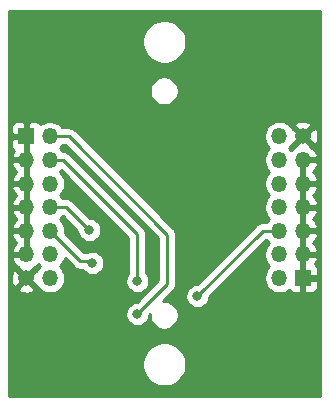
<source format=gbr>
%TF.GenerationSoftware,KiCad,Pcbnew,(5.1.6-0-10_14)*%
%TF.CreationDate,2020-12-10T12:41:56-07:00*%
%TF.ProjectId,DX7-JTAG,4458372d-4a54-4414-972e-6b696361645f,rev?*%
%TF.SameCoordinates,Original*%
%TF.FileFunction,Copper,L1,Top*%
%TF.FilePolarity,Positive*%
%FSLAX46Y46*%
G04 Gerber Fmt 4.6, Leading zero omitted, Abs format (unit mm)*
G04 Created by KiCad (PCBNEW (5.1.6-0-10_14)) date 2020-12-10 12:41:56*
%MOMM*%
%LPD*%
G01*
G04 APERTURE LIST*
%TA.AperFunction,ComponentPad*%
%ADD10C,1.350000*%
%TD*%
%TA.AperFunction,ComponentPad*%
%ADD11O,1.350000X1.350000*%
%TD*%
%TA.AperFunction,ComponentPad*%
%ADD12R,1.350000X1.350000*%
%TD*%
%TA.AperFunction,ViaPad*%
%ADD13C,0.800000*%
%TD*%
%TA.AperFunction,Conductor*%
%ADD14C,0.250000*%
%TD*%
G04 APERTURE END LIST*
D10*
%TO.P,LCMXO2 JTAG,13*%
%TO.N,GND*%
X50350000Y-32950000D03*
D11*
%TO.P,LCMXO2 JTAG,14*%
%TO.N,Net-(J3-Pad14)*%
X48350000Y-32950000D03*
%TO.P,LCMXO2 JTAG,11*%
%TO.N,GND*%
X50350000Y-34950000D03*
%TO.P,LCMXO2 JTAG,12*%
%TO.N,Net-(J3-Pad12)*%
X48350000Y-34950000D03*
%TO.P,LCMXO2 JTAG,9*%
%TO.N,GND*%
X50350000Y-36950000D03*
%TO.P,LCMXO2 JTAG,10*%
%TO.N,/LTDI*%
X48350000Y-36950000D03*
%TO.P,LCMXO2 JTAG,7*%
%TO.N,GND*%
X50350000Y-38950000D03*
%TO.P,LCMXO2 JTAG,8*%
%TO.N,/LTDO*%
X48350000Y-38950000D03*
%TO.P,LCMXO2 JTAG,5*%
%TO.N,GND*%
X50350000Y-40950000D03*
%TO.P,LCMXO2 JTAG,6*%
%TO.N,/LTCK*%
X48350000Y-40950000D03*
%TO.P,LCMXO2 JTAG,3*%
%TO.N,GND*%
X50350000Y-42950000D03*
%TO.P,LCMXO2 JTAG,4*%
%TO.N,/LTMS*%
X48350000Y-42950000D03*
D12*
%TO.P,LCMXO2 JTAG,1*%
%TO.N,GND*%
X50350000Y-44950000D03*
D11*
%TO.P,LCMXO2 JTAG,2*%
%TO.N,/LVREF*%
X48350000Y-44950000D03*
%TD*%
D10*
%TO.P,XC7K70T JTAG,13*%
%TO.N,GND*%
X26924000Y-44958000D03*
D11*
%TO.P,XC7K70T JTAG,14*%
%TO.N,Net-(J1-Pad14)*%
X28924000Y-44958000D03*
%TO.P,XC7K70T JTAG,11*%
%TO.N,GND*%
X26924000Y-42958000D03*
%TO.P,XC7K70T JTAG,12*%
%TO.N,Net-(J1-Pad12)*%
X28924000Y-42958000D03*
%TO.P,XC7K70T JTAG,9*%
%TO.N,GND*%
X26924000Y-40958000D03*
%TO.P,XC7K70T JTAG,10*%
%TO.N,/KTDI*%
X28924000Y-40958000D03*
%TO.P,XC7K70T JTAG,7*%
%TO.N,GND*%
X26924000Y-38958000D03*
%TO.P,XC7K70T JTAG,8*%
%TO.N,/KTDO*%
X28924000Y-38958000D03*
%TO.P,XC7K70T JTAG,5*%
%TO.N,GND*%
X26924000Y-36958000D03*
%TO.P,XC7K70T JTAG,6*%
%TO.N,/KTCK*%
X28924000Y-36958000D03*
%TO.P,XC7K70T JTAG,3*%
%TO.N,GND*%
X26924000Y-34958000D03*
%TO.P,XC7K70T JTAG,4*%
%TO.N,/KTMS*%
X28924000Y-34958000D03*
D12*
%TO.P,XC7K70T JTAG,1*%
%TO.N,GND*%
X26924000Y-32958000D03*
D11*
%TO.P,XC7K70T JTAG,2*%
%TO.N,/KVREF*%
X28924000Y-32958000D03*
%TD*%
D13*
%TO.N,/KTDI*%
X32512000Y-43688000D03*
%TO.N,/KTDO*%
X32258000Y-40894000D03*
%TO.N,/KTMS*%
X36322000Y-45212000D03*
%TO.N,/KVREF*%
X36322000Y-48006000D03*
%TO.N,/LTCK*%
X41402000Y-46482000D03*
%TD*%
D14*
%TO.N,/KTDI*%
X28924000Y-40958000D02*
X31496000Y-43530000D01*
X31496000Y-43530000D02*
X32354000Y-43530000D01*
X32354000Y-43530000D02*
X32512000Y-43688000D01*
%TO.N,/KTDO*%
X30322000Y-38958000D02*
X32258000Y-40894000D01*
X28924000Y-38958000D02*
X30322000Y-38958000D01*
%TO.N,/KTMS*%
X36322000Y-41214000D02*
X30066000Y-34958000D01*
X30066000Y-34958000D02*
X28924000Y-34958000D01*
X36322000Y-45212000D02*
X36322000Y-41214000D01*
%TO.N,/KVREF*%
X38862000Y-41278000D02*
X30542000Y-32958000D01*
X30542000Y-32958000D02*
X28924000Y-32958000D01*
X38862000Y-45466000D02*
X38862000Y-41278000D01*
X36322000Y-48006000D02*
X38862000Y-45466000D01*
%TO.N,/LTCK*%
X46934000Y-40950000D02*
X41402000Y-46482000D01*
X48350000Y-40950000D02*
X46934000Y-40950000D01*
%TD*%
%TO.N,GND*%
G36*
X51775001Y-54926000D02*
G01*
X25489000Y-54926000D01*
X25489000Y-52073329D01*
X36733000Y-52073329D01*
X36733000Y-52442671D01*
X36805056Y-52804917D01*
X36946397Y-53146145D01*
X37151593Y-53453243D01*
X37412757Y-53714407D01*
X37719855Y-53919603D01*
X38061083Y-54060944D01*
X38423329Y-54133000D01*
X38792671Y-54133000D01*
X39154917Y-54060944D01*
X39496145Y-53919603D01*
X39803243Y-53714407D01*
X40064407Y-53453243D01*
X40269603Y-53146145D01*
X40410944Y-52804917D01*
X40483000Y-52442671D01*
X40483000Y-52073329D01*
X40410944Y-51711083D01*
X40269603Y-51369855D01*
X40064407Y-51062757D01*
X39803243Y-50801593D01*
X39496145Y-50596397D01*
X39154917Y-50455056D01*
X38792671Y-50383000D01*
X38423329Y-50383000D01*
X38061083Y-50455056D01*
X37719855Y-50596397D01*
X37412757Y-50801593D01*
X37151593Y-51062757D01*
X36946397Y-51369855D01*
X36805056Y-51711083D01*
X36733000Y-52073329D01*
X25489000Y-52073329D01*
X25489000Y-45861583D01*
X26202851Y-45861583D01*
X26259549Y-46092005D01*
X26493550Y-46199844D01*
X26744093Y-46259958D01*
X27001550Y-46270039D01*
X27256026Y-46229700D01*
X27497742Y-46140489D01*
X27588451Y-46092005D01*
X27645149Y-45861583D01*
X26924000Y-45140434D01*
X26202851Y-45861583D01*
X25489000Y-45861583D01*
X25489000Y-45035550D01*
X25611961Y-45035550D01*
X25652300Y-45290026D01*
X25741511Y-45531742D01*
X25789995Y-45622451D01*
X26020417Y-45679149D01*
X26741566Y-44958000D01*
X26020417Y-44236851D01*
X25789995Y-44293549D01*
X25682156Y-44527550D01*
X25622042Y-44778093D01*
X25611961Y-45035550D01*
X25489000Y-45035550D01*
X25489000Y-43289030D01*
X25658582Y-43289030D01*
X25687928Y-43385789D01*
X25795136Y-43618715D01*
X25945726Y-43826250D01*
X26133911Y-44000419D01*
X26205351Y-44044257D01*
X26202851Y-44054417D01*
X26924000Y-44775566D01*
X27645149Y-44054417D01*
X27642649Y-44044257D01*
X27714089Y-44000419D01*
X27902274Y-43826250D01*
X27923929Y-43796407D01*
X28085522Y-43958000D01*
X27914224Y-44129298D01*
X27840273Y-44239974D01*
X27827583Y-44236851D01*
X27106434Y-44958000D01*
X27827583Y-45679149D01*
X27840273Y-45676026D01*
X27914224Y-45786702D01*
X28095298Y-45967776D01*
X28308219Y-46110045D01*
X28544804Y-46208042D01*
X28795961Y-46258000D01*
X29052039Y-46258000D01*
X29303196Y-46208042D01*
X29539781Y-46110045D01*
X29752702Y-45967776D01*
X29933776Y-45786702D01*
X30076045Y-45573781D01*
X30174042Y-45337196D01*
X30224000Y-45086039D01*
X30224000Y-44829961D01*
X30174042Y-44578804D01*
X30076045Y-44342219D01*
X29933776Y-44129298D01*
X29762478Y-43958000D01*
X29933776Y-43786702D01*
X30076045Y-43573781D01*
X30174042Y-43337196D01*
X30185406Y-43280066D01*
X30939630Y-44034291D01*
X30963105Y-44062895D01*
X30991708Y-44086369D01*
X30991715Y-44086376D01*
X31034269Y-44121298D01*
X31077307Y-44156619D01*
X31207599Y-44226261D01*
X31312228Y-44258000D01*
X31348973Y-44269147D01*
X31363817Y-44270609D01*
X31459165Y-44280000D01*
X31459171Y-44280000D01*
X31495999Y-44283627D01*
X31532827Y-44280000D01*
X31674804Y-44280000D01*
X31715830Y-44341400D01*
X31858600Y-44484170D01*
X32026480Y-44596344D01*
X32213018Y-44673610D01*
X32411046Y-44713000D01*
X32612954Y-44713000D01*
X32810982Y-44673610D01*
X32997520Y-44596344D01*
X33165400Y-44484170D01*
X33308170Y-44341400D01*
X33420344Y-44173520D01*
X33497610Y-43986982D01*
X33537000Y-43788954D01*
X33537000Y-43587046D01*
X33497610Y-43389018D01*
X33420344Y-43202480D01*
X33308170Y-43034600D01*
X33165400Y-42891830D01*
X32997520Y-42779656D01*
X32810982Y-42702390D01*
X32612954Y-42663000D01*
X32411046Y-42663000D01*
X32213018Y-42702390D01*
X32026480Y-42779656D01*
X32025965Y-42780000D01*
X31806661Y-42780000D01*
X30205534Y-41178874D01*
X30224000Y-41086039D01*
X30224000Y-40829961D01*
X30174042Y-40578804D01*
X30076045Y-40342219D01*
X29933776Y-40129298D01*
X29762478Y-39958000D01*
X29933776Y-39786702D01*
X29986363Y-39708000D01*
X30011341Y-39708000D01*
X31233000Y-40929660D01*
X31233000Y-40994954D01*
X31272390Y-41192982D01*
X31349656Y-41379520D01*
X31461830Y-41547400D01*
X31604600Y-41690170D01*
X31772480Y-41802344D01*
X31959018Y-41879610D01*
X32157046Y-41919000D01*
X32358954Y-41919000D01*
X32556982Y-41879610D01*
X32743520Y-41802344D01*
X32911400Y-41690170D01*
X33054170Y-41547400D01*
X33166344Y-41379520D01*
X33243610Y-41192982D01*
X33283000Y-40994954D01*
X33283000Y-40793046D01*
X33243610Y-40595018D01*
X33166344Y-40408480D01*
X33054170Y-40240600D01*
X32911400Y-40097830D01*
X32743520Y-39985656D01*
X32556982Y-39908390D01*
X32358954Y-39869000D01*
X32293660Y-39869000D01*
X30878378Y-38453719D01*
X30854895Y-38425105D01*
X30740693Y-38331381D01*
X30610401Y-38261739D01*
X30469026Y-38218853D01*
X30358835Y-38208000D01*
X30358827Y-38208000D01*
X30322000Y-38204373D01*
X30285173Y-38208000D01*
X29986363Y-38208000D01*
X29933776Y-38129298D01*
X29762478Y-37958000D01*
X29933776Y-37786702D01*
X30076045Y-37573781D01*
X30174042Y-37337196D01*
X30224000Y-37086039D01*
X30224000Y-36829961D01*
X30174042Y-36578804D01*
X30076045Y-36342219D01*
X29933776Y-36129298D01*
X29762478Y-35958000D01*
X29883909Y-35836569D01*
X35572001Y-41524661D01*
X35572000Y-44512430D01*
X35525830Y-44558600D01*
X35413656Y-44726480D01*
X35336390Y-44913018D01*
X35297000Y-45111046D01*
X35297000Y-45312954D01*
X35336390Y-45510982D01*
X35413656Y-45697520D01*
X35525830Y-45865400D01*
X35668600Y-46008170D01*
X35836480Y-46120344D01*
X36023018Y-46197610D01*
X36221046Y-46237000D01*
X36422954Y-46237000D01*
X36620982Y-46197610D01*
X36807520Y-46120344D01*
X36975400Y-46008170D01*
X37118170Y-45865400D01*
X37230344Y-45697520D01*
X37307610Y-45510982D01*
X37347000Y-45312954D01*
X37347000Y-45111046D01*
X37307610Y-44913018D01*
X37230344Y-44726480D01*
X37118170Y-44558600D01*
X37072000Y-44512430D01*
X37072000Y-41250827D01*
X37075627Y-41213999D01*
X37072000Y-41177172D01*
X37072000Y-41177165D01*
X37061147Y-41066974D01*
X37018261Y-40925599D01*
X36948619Y-40795307D01*
X36854895Y-40681105D01*
X36826286Y-40657626D01*
X30622379Y-34453720D01*
X30598895Y-34425105D01*
X30484693Y-34331381D01*
X30354401Y-34261739D01*
X30213026Y-34218853D01*
X30102835Y-34208000D01*
X30102827Y-34208000D01*
X30066000Y-34204373D01*
X30029173Y-34208000D01*
X29986363Y-34208000D01*
X29933776Y-34129298D01*
X29762478Y-33958000D01*
X29933776Y-33786702D01*
X29986363Y-33708000D01*
X30231341Y-33708000D01*
X38112001Y-41588661D01*
X38112000Y-45155339D01*
X36286341Y-46981000D01*
X36221046Y-46981000D01*
X36023018Y-47020390D01*
X35836480Y-47097656D01*
X35668600Y-47209830D01*
X35525830Y-47352600D01*
X35413656Y-47520480D01*
X35336390Y-47707018D01*
X35297000Y-47905046D01*
X35297000Y-48106954D01*
X35336390Y-48304982D01*
X35413656Y-48491520D01*
X35525830Y-48659400D01*
X35668600Y-48802170D01*
X35836480Y-48914344D01*
X36023018Y-48991610D01*
X36221046Y-49031000D01*
X36422954Y-49031000D01*
X36620982Y-48991610D01*
X36807520Y-48914344D01*
X36975400Y-48802170D01*
X37118170Y-48659400D01*
X37230344Y-48491520D01*
X37307610Y-48304982D01*
X37347000Y-48106954D01*
X37347000Y-48041659D01*
X37388000Y-48000659D01*
X37388000Y-48228160D01*
X37434884Y-48463861D01*
X37526850Y-48685887D01*
X37660364Y-48885705D01*
X37830295Y-49055636D01*
X38030113Y-49189150D01*
X38252139Y-49281116D01*
X38487840Y-49328000D01*
X38728160Y-49328000D01*
X38963861Y-49281116D01*
X39185887Y-49189150D01*
X39385705Y-49055636D01*
X39555636Y-48885705D01*
X39689150Y-48685887D01*
X39781116Y-48463861D01*
X39828000Y-48228160D01*
X39828000Y-47987840D01*
X39781116Y-47752139D01*
X39689150Y-47530113D01*
X39555636Y-47330295D01*
X39385705Y-47160364D01*
X39185887Y-47026850D01*
X38963861Y-46934884D01*
X38728160Y-46888000D01*
X38500660Y-46888000D01*
X39007614Y-46381046D01*
X40377000Y-46381046D01*
X40377000Y-46582954D01*
X40416390Y-46780982D01*
X40493656Y-46967520D01*
X40605830Y-47135400D01*
X40748600Y-47278170D01*
X40916480Y-47390344D01*
X41103018Y-47467610D01*
X41301046Y-47507000D01*
X41502954Y-47507000D01*
X41700982Y-47467610D01*
X41887520Y-47390344D01*
X42055400Y-47278170D01*
X42198170Y-47135400D01*
X42310344Y-46967520D01*
X42387610Y-46780982D01*
X42427000Y-46582954D01*
X42427000Y-46517659D01*
X47244661Y-41700000D01*
X47287637Y-41700000D01*
X47340224Y-41778702D01*
X47511522Y-41950000D01*
X47340224Y-42121298D01*
X47197955Y-42334219D01*
X47099958Y-42570804D01*
X47050000Y-42821961D01*
X47050000Y-43078039D01*
X47099958Y-43329196D01*
X47197955Y-43565781D01*
X47340224Y-43778702D01*
X47511522Y-43950000D01*
X47340224Y-44121298D01*
X47197955Y-44334219D01*
X47099958Y-44570804D01*
X47050000Y-44821961D01*
X47050000Y-45078039D01*
X47099958Y-45329196D01*
X47197955Y-45565781D01*
X47340224Y-45778702D01*
X47521298Y-45959776D01*
X47734219Y-46102045D01*
X47970804Y-46200042D01*
X48221961Y-46250000D01*
X48478039Y-46250000D01*
X48729196Y-46200042D01*
X48965781Y-46102045D01*
X49147808Y-45980419D01*
X49225236Y-46074764D01*
X49321622Y-46153867D01*
X49431589Y-46212646D01*
X49550910Y-46248841D01*
X49675000Y-46261063D01*
X50062750Y-46258000D01*
X50221000Y-46099750D01*
X50221000Y-45079000D01*
X50479000Y-45079000D01*
X50479000Y-46099750D01*
X50637250Y-46258000D01*
X51025000Y-46261063D01*
X51149090Y-46248841D01*
X51268411Y-46212646D01*
X51378378Y-46153867D01*
X51474764Y-46074764D01*
X51553867Y-45978378D01*
X51612646Y-45868411D01*
X51648841Y-45749090D01*
X51661063Y-45625000D01*
X51658000Y-45237250D01*
X51499750Y-45079000D01*
X50479000Y-45079000D01*
X50221000Y-45079000D01*
X50201000Y-45079000D01*
X50201000Y-44821000D01*
X50221000Y-44821000D01*
X50221000Y-43079000D01*
X50479000Y-43079000D01*
X50479000Y-44821000D01*
X51499750Y-44821000D01*
X51658000Y-44662750D01*
X51661063Y-44275000D01*
X51648841Y-44150910D01*
X51612646Y-44031589D01*
X51553867Y-43921622D01*
X51474764Y-43825236D01*
X51379773Y-43747277D01*
X51478864Y-43610715D01*
X51586072Y-43377789D01*
X51615418Y-43281030D01*
X51492490Y-43079000D01*
X50479000Y-43079000D01*
X50221000Y-43079000D01*
X50201000Y-43079000D01*
X50201000Y-42821000D01*
X50221000Y-42821000D01*
X50221000Y-41079000D01*
X50479000Y-41079000D01*
X50479000Y-42821000D01*
X51492490Y-42821000D01*
X51615418Y-42618970D01*
X51586072Y-42522211D01*
X51478864Y-42289285D01*
X51328274Y-42081750D01*
X51185922Y-41950000D01*
X51328274Y-41818250D01*
X51478864Y-41610715D01*
X51586072Y-41377789D01*
X51615418Y-41281030D01*
X51492490Y-41079000D01*
X50479000Y-41079000D01*
X50221000Y-41079000D01*
X50201000Y-41079000D01*
X50201000Y-40821000D01*
X50221000Y-40821000D01*
X50221000Y-39079000D01*
X50479000Y-39079000D01*
X50479000Y-40821000D01*
X51492490Y-40821000D01*
X51615418Y-40618970D01*
X51586072Y-40522211D01*
X51478864Y-40289285D01*
X51328274Y-40081750D01*
X51185922Y-39950000D01*
X51328274Y-39818250D01*
X51478864Y-39610715D01*
X51586072Y-39377789D01*
X51615418Y-39281030D01*
X51492490Y-39079000D01*
X50479000Y-39079000D01*
X50221000Y-39079000D01*
X50201000Y-39079000D01*
X50201000Y-38821000D01*
X50221000Y-38821000D01*
X50221000Y-37079000D01*
X50479000Y-37079000D01*
X50479000Y-38821000D01*
X51492490Y-38821000D01*
X51615418Y-38618970D01*
X51586072Y-38522211D01*
X51478864Y-38289285D01*
X51328274Y-38081750D01*
X51185922Y-37950000D01*
X51328274Y-37818250D01*
X51478864Y-37610715D01*
X51586072Y-37377789D01*
X51615418Y-37281030D01*
X51492490Y-37079000D01*
X50479000Y-37079000D01*
X50221000Y-37079000D01*
X50201000Y-37079000D01*
X50201000Y-36821000D01*
X50221000Y-36821000D01*
X50221000Y-35079000D01*
X50479000Y-35079000D01*
X50479000Y-36821000D01*
X51492490Y-36821000D01*
X51615418Y-36618970D01*
X51586072Y-36522211D01*
X51478864Y-36289285D01*
X51328274Y-36081750D01*
X51185922Y-35950000D01*
X51328274Y-35818250D01*
X51478864Y-35610715D01*
X51586072Y-35377789D01*
X51615418Y-35281030D01*
X51492490Y-35079000D01*
X50479000Y-35079000D01*
X50221000Y-35079000D01*
X50201000Y-35079000D01*
X50201000Y-34821000D01*
X50221000Y-34821000D01*
X50221000Y-34801000D01*
X50479000Y-34801000D01*
X50479000Y-34821000D01*
X51492490Y-34821000D01*
X51615418Y-34618970D01*
X51586072Y-34522211D01*
X51478864Y-34289285D01*
X51328274Y-34081750D01*
X51140089Y-33907581D01*
X51068649Y-33863743D01*
X51071149Y-33853583D01*
X50350000Y-33132434D01*
X49628851Y-33853583D01*
X49631351Y-33863743D01*
X49559911Y-33907581D01*
X49371726Y-34081750D01*
X49350071Y-34111593D01*
X49188478Y-33950000D01*
X49359776Y-33778702D01*
X49433727Y-33668026D01*
X49446417Y-33671149D01*
X50167566Y-32950000D01*
X50532434Y-32950000D01*
X51253583Y-33671149D01*
X51484005Y-33614451D01*
X51591844Y-33380450D01*
X51651958Y-33129907D01*
X51662039Y-32872450D01*
X51621700Y-32617974D01*
X51532489Y-32376258D01*
X51484005Y-32285549D01*
X51253583Y-32228851D01*
X50532434Y-32950000D01*
X50167566Y-32950000D01*
X49446417Y-32228851D01*
X49433727Y-32231974D01*
X49359776Y-32121298D01*
X49284895Y-32046417D01*
X49628851Y-32046417D01*
X50350000Y-32767566D01*
X51071149Y-32046417D01*
X51014451Y-31815995D01*
X50780450Y-31708156D01*
X50529907Y-31648042D01*
X50272450Y-31637961D01*
X50017974Y-31678300D01*
X49776258Y-31767511D01*
X49685549Y-31815995D01*
X49628851Y-32046417D01*
X49284895Y-32046417D01*
X49178702Y-31940224D01*
X48965781Y-31797955D01*
X48729196Y-31699958D01*
X48478039Y-31650000D01*
X48221961Y-31650000D01*
X47970804Y-31699958D01*
X47734219Y-31797955D01*
X47521298Y-31940224D01*
X47340224Y-32121298D01*
X47197955Y-32334219D01*
X47099958Y-32570804D01*
X47050000Y-32821961D01*
X47050000Y-33078039D01*
X47099958Y-33329196D01*
X47197955Y-33565781D01*
X47340224Y-33778702D01*
X47511522Y-33950000D01*
X47340224Y-34121298D01*
X47197955Y-34334219D01*
X47099958Y-34570804D01*
X47050000Y-34821961D01*
X47050000Y-35078039D01*
X47099958Y-35329196D01*
X47197955Y-35565781D01*
X47340224Y-35778702D01*
X47511522Y-35950000D01*
X47340224Y-36121298D01*
X47197955Y-36334219D01*
X47099958Y-36570804D01*
X47050000Y-36821961D01*
X47050000Y-37078039D01*
X47099958Y-37329196D01*
X47197955Y-37565781D01*
X47340224Y-37778702D01*
X47511522Y-37950000D01*
X47340224Y-38121298D01*
X47197955Y-38334219D01*
X47099958Y-38570804D01*
X47050000Y-38821961D01*
X47050000Y-39078039D01*
X47099958Y-39329196D01*
X47197955Y-39565781D01*
X47340224Y-39778702D01*
X47511522Y-39950000D01*
X47340224Y-40121298D01*
X47287637Y-40200000D01*
X46970824Y-40200000D01*
X46933999Y-40196373D01*
X46897174Y-40200000D01*
X46897165Y-40200000D01*
X46786974Y-40210853D01*
X46645599Y-40253739D01*
X46515307Y-40323381D01*
X46515305Y-40323382D01*
X46515306Y-40323382D01*
X46429715Y-40393624D01*
X46429708Y-40393631D01*
X46401105Y-40417105D01*
X46377630Y-40445709D01*
X41366341Y-45457000D01*
X41301046Y-45457000D01*
X41103018Y-45496390D01*
X40916480Y-45573656D01*
X40748600Y-45685830D01*
X40605830Y-45828600D01*
X40493656Y-45996480D01*
X40416390Y-46183018D01*
X40377000Y-46381046D01*
X39007614Y-46381046D01*
X39366292Y-46022369D01*
X39394895Y-45998895D01*
X39418369Y-45970292D01*
X39418376Y-45970285D01*
X39488618Y-45884694D01*
X39488619Y-45884693D01*
X39558261Y-45754401D01*
X39601147Y-45613026D01*
X39612000Y-45502835D01*
X39612000Y-45502826D01*
X39615627Y-45466001D01*
X39612000Y-45429176D01*
X39612000Y-41314827D01*
X39615627Y-41278000D01*
X39612000Y-41241172D01*
X39612000Y-41241165D01*
X39601147Y-41130974D01*
X39558261Y-40989599D01*
X39488619Y-40859307D01*
X39464535Y-40829961D01*
X39418376Y-40773716D01*
X39418374Y-40773714D01*
X39394895Y-40745105D01*
X39366286Y-40721626D01*
X31098379Y-32453720D01*
X31074895Y-32425105D01*
X30960693Y-32331381D01*
X30830401Y-32261739D01*
X30689026Y-32218853D01*
X30578835Y-32208000D01*
X30578827Y-32208000D01*
X30542000Y-32204373D01*
X30505173Y-32208000D01*
X29986363Y-32208000D01*
X29933776Y-32129298D01*
X29752702Y-31948224D01*
X29539781Y-31805955D01*
X29303196Y-31707958D01*
X29052039Y-31658000D01*
X28795961Y-31658000D01*
X28544804Y-31707958D01*
X28308219Y-31805955D01*
X28126192Y-31927581D01*
X28048764Y-31833236D01*
X27952378Y-31754133D01*
X27842411Y-31695354D01*
X27723090Y-31659159D01*
X27599000Y-31646937D01*
X27211250Y-31650000D01*
X27053000Y-31808250D01*
X27053000Y-32829000D01*
X27073000Y-32829000D01*
X27073000Y-33087000D01*
X27053000Y-33087000D01*
X27053000Y-34829000D01*
X27073000Y-34829000D01*
X27073000Y-35087000D01*
X27053000Y-35087000D01*
X27053000Y-36829000D01*
X27073000Y-36829000D01*
X27073000Y-37087000D01*
X27053000Y-37087000D01*
X27053000Y-38829000D01*
X27073000Y-38829000D01*
X27073000Y-39087000D01*
X27053000Y-39087000D01*
X27053000Y-40829000D01*
X27073000Y-40829000D01*
X27073000Y-41087000D01*
X27053000Y-41087000D01*
X27053000Y-42829000D01*
X27073000Y-42829000D01*
X27073000Y-43087000D01*
X27053000Y-43087000D01*
X27053000Y-43107000D01*
X26795000Y-43107000D01*
X26795000Y-43087000D01*
X25781510Y-43087000D01*
X25658582Y-43289030D01*
X25489000Y-43289030D01*
X25489000Y-41289030D01*
X25658582Y-41289030D01*
X25687928Y-41385789D01*
X25795136Y-41618715D01*
X25945726Y-41826250D01*
X26088078Y-41958000D01*
X25945726Y-42089750D01*
X25795136Y-42297285D01*
X25687928Y-42530211D01*
X25658582Y-42626970D01*
X25781510Y-42829000D01*
X26795000Y-42829000D01*
X26795000Y-41087000D01*
X25781510Y-41087000D01*
X25658582Y-41289030D01*
X25489000Y-41289030D01*
X25489000Y-39289030D01*
X25658582Y-39289030D01*
X25687928Y-39385789D01*
X25795136Y-39618715D01*
X25945726Y-39826250D01*
X26088078Y-39958000D01*
X25945726Y-40089750D01*
X25795136Y-40297285D01*
X25687928Y-40530211D01*
X25658582Y-40626970D01*
X25781510Y-40829000D01*
X26795000Y-40829000D01*
X26795000Y-39087000D01*
X25781510Y-39087000D01*
X25658582Y-39289030D01*
X25489000Y-39289030D01*
X25489000Y-37289030D01*
X25658582Y-37289030D01*
X25687928Y-37385789D01*
X25795136Y-37618715D01*
X25945726Y-37826250D01*
X26088078Y-37958000D01*
X25945726Y-38089750D01*
X25795136Y-38297285D01*
X25687928Y-38530211D01*
X25658582Y-38626970D01*
X25781510Y-38829000D01*
X26795000Y-38829000D01*
X26795000Y-37087000D01*
X25781510Y-37087000D01*
X25658582Y-37289030D01*
X25489000Y-37289030D01*
X25489000Y-35289030D01*
X25658582Y-35289030D01*
X25687928Y-35385789D01*
X25795136Y-35618715D01*
X25945726Y-35826250D01*
X26088078Y-35958000D01*
X25945726Y-36089750D01*
X25795136Y-36297285D01*
X25687928Y-36530211D01*
X25658582Y-36626970D01*
X25781510Y-36829000D01*
X26795000Y-36829000D01*
X26795000Y-35087000D01*
X25781510Y-35087000D01*
X25658582Y-35289030D01*
X25489000Y-35289030D01*
X25489000Y-33633000D01*
X25612937Y-33633000D01*
X25625159Y-33757090D01*
X25661354Y-33876411D01*
X25720133Y-33986378D01*
X25799236Y-34082764D01*
X25894227Y-34160723D01*
X25795136Y-34297285D01*
X25687928Y-34530211D01*
X25658582Y-34626970D01*
X25781510Y-34829000D01*
X26795000Y-34829000D01*
X26795000Y-33087000D01*
X25774250Y-33087000D01*
X25616000Y-33245250D01*
X25612937Y-33633000D01*
X25489000Y-33633000D01*
X25489000Y-32283000D01*
X25612937Y-32283000D01*
X25616000Y-32670750D01*
X25774250Y-32829000D01*
X26795000Y-32829000D01*
X26795000Y-31808250D01*
X26636750Y-31650000D01*
X26249000Y-31646937D01*
X26124910Y-31659159D01*
X26005589Y-31695354D01*
X25895622Y-31754133D01*
X25799236Y-31833236D01*
X25720133Y-31929622D01*
X25661354Y-32039589D01*
X25625159Y-32158910D01*
X25612937Y-32283000D01*
X25489000Y-32283000D01*
X25489000Y-28987840D01*
X37388000Y-28987840D01*
X37388000Y-29228160D01*
X37434884Y-29463861D01*
X37526850Y-29685887D01*
X37660364Y-29885705D01*
X37830295Y-30055636D01*
X38030113Y-30189150D01*
X38252139Y-30281116D01*
X38487840Y-30328000D01*
X38728160Y-30328000D01*
X38963861Y-30281116D01*
X39185887Y-30189150D01*
X39385705Y-30055636D01*
X39555636Y-29885705D01*
X39689150Y-29685887D01*
X39781116Y-29463861D01*
X39828000Y-29228160D01*
X39828000Y-28987840D01*
X39781116Y-28752139D01*
X39689150Y-28530113D01*
X39555636Y-28330295D01*
X39385705Y-28160364D01*
X39185887Y-28026850D01*
X38963861Y-27934884D01*
X38728160Y-27888000D01*
X38487840Y-27888000D01*
X38252139Y-27934884D01*
X38030113Y-28026850D01*
X37830295Y-28160364D01*
X37660364Y-28330295D01*
X37526850Y-28530113D01*
X37434884Y-28752139D01*
X37388000Y-28987840D01*
X25489000Y-28987840D01*
X25489000Y-24773329D01*
X36733000Y-24773329D01*
X36733000Y-25142671D01*
X36805056Y-25504917D01*
X36946397Y-25846145D01*
X37151593Y-26153243D01*
X37412757Y-26414407D01*
X37719855Y-26619603D01*
X38061083Y-26760944D01*
X38423329Y-26833000D01*
X38792671Y-26833000D01*
X39154917Y-26760944D01*
X39496145Y-26619603D01*
X39803243Y-26414407D01*
X40064407Y-26153243D01*
X40269603Y-25846145D01*
X40410944Y-25504917D01*
X40483000Y-25142671D01*
X40483000Y-24773329D01*
X40410944Y-24411083D01*
X40269603Y-24069855D01*
X40064407Y-23762757D01*
X39803243Y-23501593D01*
X39496145Y-23296397D01*
X39154917Y-23155056D01*
X38792671Y-23083000D01*
X38423329Y-23083000D01*
X38061083Y-23155056D01*
X37719855Y-23296397D01*
X37412757Y-23501593D01*
X37151593Y-23762757D01*
X36946397Y-24069855D01*
X36805056Y-24411083D01*
X36733000Y-24773329D01*
X25489000Y-24773329D01*
X25489000Y-22325000D01*
X51775000Y-22325000D01*
X51775001Y-54926000D01*
G37*
X51775001Y-54926000D02*
X25489000Y-54926000D01*
X25489000Y-52073329D01*
X36733000Y-52073329D01*
X36733000Y-52442671D01*
X36805056Y-52804917D01*
X36946397Y-53146145D01*
X37151593Y-53453243D01*
X37412757Y-53714407D01*
X37719855Y-53919603D01*
X38061083Y-54060944D01*
X38423329Y-54133000D01*
X38792671Y-54133000D01*
X39154917Y-54060944D01*
X39496145Y-53919603D01*
X39803243Y-53714407D01*
X40064407Y-53453243D01*
X40269603Y-53146145D01*
X40410944Y-52804917D01*
X40483000Y-52442671D01*
X40483000Y-52073329D01*
X40410944Y-51711083D01*
X40269603Y-51369855D01*
X40064407Y-51062757D01*
X39803243Y-50801593D01*
X39496145Y-50596397D01*
X39154917Y-50455056D01*
X38792671Y-50383000D01*
X38423329Y-50383000D01*
X38061083Y-50455056D01*
X37719855Y-50596397D01*
X37412757Y-50801593D01*
X37151593Y-51062757D01*
X36946397Y-51369855D01*
X36805056Y-51711083D01*
X36733000Y-52073329D01*
X25489000Y-52073329D01*
X25489000Y-45861583D01*
X26202851Y-45861583D01*
X26259549Y-46092005D01*
X26493550Y-46199844D01*
X26744093Y-46259958D01*
X27001550Y-46270039D01*
X27256026Y-46229700D01*
X27497742Y-46140489D01*
X27588451Y-46092005D01*
X27645149Y-45861583D01*
X26924000Y-45140434D01*
X26202851Y-45861583D01*
X25489000Y-45861583D01*
X25489000Y-45035550D01*
X25611961Y-45035550D01*
X25652300Y-45290026D01*
X25741511Y-45531742D01*
X25789995Y-45622451D01*
X26020417Y-45679149D01*
X26741566Y-44958000D01*
X26020417Y-44236851D01*
X25789995Y-44293549D01*
X25682156Y-44527550D01*
X25622042Y-44778093D01*
X25611961Y-45035550D01*
X25489000Y-45035550D01*
X25489000Y-43289030D01*
X25658582Y-43289030D01*
X25687928Y-43385789D01*
X25795136Y-43618715D01*
X25945726Y-43826250D01*
X26133911Y-44000419D01*
X26205351Y-44044257D01*
X26202851Y-44054417D01*
X26924000Y-44775566D01*
X27645149Y-44054417D01*
X27642649Y-44044257D01*
X27714089Y-44000419D01*
X27902274Y-43826250D01*
X27923929Y-43796407D01*
X28085522Y-43958000D01*
X27914224Y-44129298D01*
X27840273Y-44239974D01*
X27827583Y-44236851D01*
X27106434Y-44958000D01*
X27827583Y-45679149D01*
X27840273Y-45676026D01*
X27914224Y-45786702D01*
X28095298Y-45967776D01*
X28308219Y-46110045D01*
X28544804Y-46208042D01*
X28795961Y-46258000D01*
X29052039Y-46258000D01*
X29303196Y-46208042D01*
X29539781Y-46110045D01*
X29752702Y-45967776D01*
X29933776Y-45786702D01*
X30076045Y-45573781D01*
X30174042Y-45337196D01*
X30224000Y-45086039D01*
X30224000Y-44829961D01*
X30174042Y-44578804D01*
X30076045Y-44342219D01*
X29933776Y-44129298D01*
X29762478Y-43958000D01*
X29933776Y-43786702D01*
X30076045Y-43573781D01*
X30174042Y-43337196D01*
X30185406Y-43280066D01*
X30939630Y-44034291D01*
X30963105Y-44062895D01*
X30991708Y-44086369D01*
X30991715Y-44086376D01*
X31034269Y-44121298D01*
X31077307Y-44156619D01*
X31207599Y-44226261D01*
X31312228Y-44258000D01*
X31348973Y-44269147D01*
X31363817Y-44270609D01*
X31459165Y-44280000D01*
X31459171Y-44280000D01*
X31495999Y-44283627D01*
X31532827Y-44280000D01*
X31674804Y-44280000D01*
X31715830Y-44341400D01*
X31858600Y-44484170D01*
X32026480Y-44596344D01*
X32213018Y-44673610D01*
X32411046Y-44713000D01*
X32612954Y-44713000D01*
X32810982Y-44673610D01*
X32997520Y-44596344D01*
X33165400Y-44484170D01*
X33308170Y-44341400D01*
X33420344Y-44173520D01*
X33497610Y-43986982D01*
X33537000Y-43788954D01*
X33537000Y-43587046D01*
X33497610Y-43389018D01*
X33420344Y-43202480D01*
X33308170Y-43034600D01*
X33165400Y-42891830D01*
X32997520Y-42779656D01*
X32810982Y-42702390D01*
X32612954Y-42663000D01*
X32411046Y-42663000D01*
X32213018Y-42702390D01*
X32026480Y-42779656D01*
X32025965Y-42780000D01*
X31806661Y-42780000D01*
X30205534Y-41178874D01*
X30224000Y-41086039D01*
X30224000Y-40829961D01*
X30174042Y-40578804D01*
X30076045Y-40342219D01*
X29933776Y-40129298D01*
X29762478Y-39958000D01*
X29933776Y-39786702D01*
X29986363Y-39708000D01*
X30011341Y-39708000D01*
X31233000Y-40929660D01*
X31233000Y-40994954D01*
X31272390Y-41192982D01*
X31349656Y-41379520D01*
X31461830Y-41547400D01*
X31604600Y-41690170D01*
X31772480Y-41802344D01*
X31959018Y-41879610D01*
X32157046Y-41919000D01*
X32358954Y-41919000D01*
X32556982Y-41879610D01*
X32743520Y-41802344D01*
X32911400Y-41690170D01*
X33054170Y-41547400D01*
X33166344Y-41379520D01*
X33243610Y-41192982D01*
X33283000Y-40994954D01*
X33283000Y-40793046D01*
X33243610Y-40595018D01*
X33166344Y-40408480D01*
X33054170Y-40240600D01*
X32911400Y-40097830D01*
X32743520Y-39985656D01*
X32556982Y-39908390D01*
X32358954Y-39869000D01*
X32293660Y-39869000D01*
X30878378Y-38453719D01*
X30854895Y-38425105D01*
X30740693Y-38331381D01*
X30610401Y-38261739D01*
X30469026Y-38218853D01*
X30358835Y-38208000D01*
X30358827Y-38208000D01*
X30322000Y-38204373D01*
X30285173Y-38208000D01*
X29986363Y-38208000D01*
X29933776Y-38129298D01*
X29762478Y-37958000D01*
X29933776Y-37786702D01*
X30076045Y-37573781D01*
X30174042Y-37337196D01*
X30224000Y-37086039D01*
X30224000Y-36829961D01*
X30174042Y-36578804D01*
X30076045Y-36342219D01*
X29933776Y-36129298D01*
X29762478Y-35958000D01*
X29883909Y-35836569D01*
X35572001Y-41524661D01*
X35572000Y-44512430D01*
X35525830Y-44558600D01*
X35413656Y-44726480D01*
X35336390Y-44913018D01*
X35297000Y-45111046D01*
X35297000Y-45312954D01*
X35336390Y-45510982D01*
X35413656Y-45697520D01*
X35525830Y-45865400D01*
X35668600Y-46008170D01*
X35836480Y-46120344D01*
X36023018Y-46197610D01*
X36221046Y-46237000D01*
X36422954Y-46237000D01*
X36620982Y-46197610D01*
X36807520Y-46120344D01*
X36975400Y-46008170D01*
X37118170Y-45865400D01*
X37230344Y-45697520D01*
X37307610Y-45510982D01*
X37347000Y-45312954D01*
X37347000Y-45111046D01*
X37307610Y-44913018D01*
X37230344Y-44726480D01*
X37118170Y-44558600D01*
X37072000Y-44512430D01*
X37072000Y-41250827D01*
X37075627Y-41213999D01*
X37072000Y-41177172D01*
X37072000Y-41177165D01*
X37061147Y-41066974D01*
X37018261Y-40925599D01*
X36948619Y-40795307D01*
X36854895Y-40681105D01*
X36826286Y-40657626D01*
X30622379Y-34453720D01*
X30598895Y-34425105D01*
X30484693Y-34331381D01*
X30354401Y-34261739D01*
X30213026Y-34218853D01*
X30102835Y-34208000D01*
X30102827Y-34208000D01*
X30066000Y-34204373D01*
X30029173Y-34208000D01*
X29986363Y-34208000D01*
X29933776Y-34129298D01*
X29762478Y-33958000D01*
X29933776Y-33786702D01*
X29986363Y-33708000D01*
X30231341Y-33708000D01*
X38112001Y-41588661D01*
X38112000Y-45155339D01*
X36286341Y-46981000D01*
X36221046Y-46981000D01*
X36023018Y-47020390D01*
X35836480Y-47097656D01*
X35668600Y-47209830D01*
X35525830Y-47352600D01*
X35413656Y-47520480D01*
X35336390Y-47707018D01*
X35297000Y-47905046D01*
X35297000Y-48106954D01*
X35336390Y-48304982D01*
X35413656Y-48491520D01*
X35525830Y-48659400D01*
X35668600Y-48802170D01*
X35836480Y-48914344D01*
X36023018Y-48991610D01*
X36221046Y-49031000D01*
X36422954Y-49031000D01*
X36620982Y-48991610D01*
X36807520Y-48914344D01*
X36975400Y-48802170D01*
X37118170Y-48659400D01*
X37230344Y-48491520D01*
X37307610Y-48304982D01*
X37347000Y-48106954D01*
X37347000Y-48041659D01*
X37388000Y-48000659D01*
X37388000Y-48228160D01*
X37434884Y-48463861D01*
X37526850Y-48685887D01*
X37660364Y-48885705D01*
X37830295Y-49055636D01*
X38030113Y-49189150D01*
X38252139Y-49281116D01*
X38487840Y-49328000D01*
X38728160Y-49328000D01*
X38963861Y-49281116D01*
X39185887Y-49189150D01*
X39385705Y-49055636D01*
X39555636Y-48885705D01*
X39689150Y-48685887D01*
X39781116Y-48463861D01*
X39828000Y-48228160D01*
X39828000Y-47987840D01*
X39781116Y-47752139D01*
X39689150Y-47530113D01*
X39555636Y-47330295D01*
X39385705Y-47160364D01*
X39185887Y-47026850D01*
X38963861Y-46934884D01*
X38728160Y-46888000D01*
X38500660Y-46888000D01*
X39007614Y-46381046D01*
X40377000Y-46381046D01*
X40377000Y-46582954D01*
X40416390Y-46780982D01*
X40493656Y-46967520D01*
X40605830Y-47135400D01*
X40748600Y-47278170D01*
X40916480Y-47390344D01*
X41103018Y-47467610D01*
X41301046Y-47507000D01*
X41502954Y-47507000D01*
X41700982Y-47467610D01*
X41887520Y-47390344D01*
X42055400Y-47278170D01*
X42198170Y-47135400D01*
X42310344Y-46967520D01*
X42387610Y-46780982D01*
X42427000Y-46582954D01*
X42427000Y-46517659D01*
X47244661Y-41700000D01*
X47287637Y-41700000D01*
X47340224Y-41778702D01*
X47511522Y-41950000D01*
X47340224Y-42121298D01*
X47197955Y-42334219D01*
X47099958Y-42570804D01*
X47050000Y-42821961D01*
X47050000Y-43078039D01*
X47099958Y-43329196D01*
X47197955Y-43565781D01*
X47340224Y-43778702D01*
X47511522Y-43950000D01*
X47340224Y-44121298D01*
X47197955Y-44334219D01*
X47099958Y-44570804D01*
X47050000Y-44821961D01*
X47050000Y-45078039D01*
X47099958Y-45329196D01*
X47197955Y-45565781D01*
X47340224Y-45778702D01*
X47521298Y-45959776D01*
X47734219Y-46102045D01*
X47970804Y-46200042D01*
X48221961Y-46250000D01*
X48478039Y-46250000D01*
X48729196Y-46200042D01*
X48965781Y-46102045D01*
X49147808Y-45980419D01*
X49225236Y-46074764D01*
X49321622Y-46153867D01*
X49431589Y-46212646D01*
X49550910Y-46248841D01*
X49675000Y-46261063D01*
X50062750Y-46258000D01*
X50221000Y-46099750D01*
X50221000Y-45079000D01*
X50479000Y-45079000D01*
X50479000Y-46099750D01*
X50637250Y-46258000D01*
X51025000Y-46261063D01*
X51149090Y-46248841D01*
X51268411Y-46212646D01*
X51378378Y-46153867D01*
X51474764Y-46074764D01*
X51553867Y-45978378D01*
X51612646Y-45868411D01*
X51648841Y-45749090D01*
X51661063Y-45625000D01*
X51658000Y-45237250D01*
X51499750Y-45079000D01*
X50479000Y-45079000D01*
X50221000Y-45079000D01*
X50201000Y-45079000D01*
X50201000Y-44821000D01*
X50221000Y-44821000D01*
X50221000Y-43079000D01*
X50479000Y-43079000D01*
X50479000Y-44821000D01*
X51499750Y-44821000D01*
X51658000Y-44662750D01*
X51661063Y-44275000D01*
X51648841Y-44150910D01*
X51612646Y-44031589D01*
X51553867Y-43921622D01*
X51474764Y-43825236D01*
X51379773Y-43747277D01*
X51478864Y-43610715D01*
X51586072Y-43377789D01*
X51615418Y-43281030D01*
X51492490Y-43079000D01*
X50479000Y-43079000D01*
X50221000Y-43079000D01*
X50201000Y-43079000D01*
X50201000Y-42821000D01*
X50221000Y-42821000D01*
X50221000Y-41079000D01*
X50479000Y-41079000D01*
X50479000Y-42821000D01*
X51492490Y-42821000D01*
X51615418Y-42618970D01*
X51586072Y-42522211D01*
X51478864Y-42289285D01*
X51328274Y-42081750D01*
X51185922Y-41950000D01*
X51328274Y-41818250D01*
X51478864Y-41610715D01*
X51586072Y-41377789D01*
X51615418Y-41281030D01*
X51492490Y-41079000D01*
X50479000Y-41079000D01*
X50221000Y-41079000D01*
X50201000Y-41079000D01*
X50201000Y-40821000D01*
X50221000Y-40821000D01*
X50221000Y-39079000D01*
X50479000Y-39079000D01*
X50479000Y-40821000D01*
X51492490Y-40821000D01*
X51615418Y-40618970D01*
X51586072Y-40522211D01*
X51478864Y-40289285D01*
X51328274Y-40081750D01*
X51185922Y-39950000D01*
X51328274Y-39818250D01*
X51478864Y-39610715D01*
X51586072Y-39377789D01*
X51615418Y-39281030D01*
X51492490Y-39079000D01*
X50479000Y-39079000D01*
X50221000Y-39079000D01*
X50201000Y-39079000D01*
X50201000Y-38821000D01*
X50221000Y-38821000D01*
X50221000Y-37079000D01*
X50479000Y-37079000D01*
X50479000Y-38821000D01*
X51492490Y-38821000D01*
X51615418Y-38618970D01*
X51586072Y-38522211D01*
X51478864Y-38289285D01*
X51328274Y-38081750D01*
X51185922Y-37950000D01*
X51328274Y-37818250D01*
X51478864Y-37610715D01*
X51586072Y-37377789D01*
X51615418Y-37281030D01*
X51492490Y-37079000D01*
X50479000Y-37079000D01*
X50221000Y-37079000D01*
X50201000Y-37079000D01*
X50201000Y-36821000D01*
X50221000Y-36821000D01*
X50221000Y-35079000D01*
X50479000Y-35079000D01*
X50479000Y-36821000D01*
X51492490Y-36821000D01*
X51615418Y-36618970D01*
X51586072Y-36522211D01*
X51478864Y-36289285D01*
X51328274Y-36081750D01*
X51185922Y-35950000D01*
X51328274Y-35818250D01*
X51478864Y-35610715D01*
X51586072Y-35377789D01*
X51615418Y-35281030D01*
X51492490Y-35079000D01*
X50479000Y-35079000D01*
X50221000Y-35079000D01*
X50201000Y-35079000D01*
X50201000Y-34821000D01*
X50221000Y-34821000D01*
X50221000Y-34801000D01*
X50479000Y-34801000D01*
X50479000Y-34821000D01*
X51492490Y-34821000D01*
X51615418Y-34618970D01*
X51586072Y-34522211D01*
X51478864Y-34289285D01*
X51328274Y-34081750D01*
X51140089Y-33907581D01*
X51068649Y-33863743D01*
X51071149Y-33853583D01*
X50350000Y-33132434D01*
X49628851Y-33853583D01*
X49631351Y-33863743D01*
X49559911Y-33907581D01*
X49371726Y-34081750D01*
X49350071Y-34111593D01*
X49188478Y-33950000D01*
X49359776Y-33778702D01*
X49433727Y-33668026D01*
X49446417Y-33671149D01*
X50167566Y-32950000D01*
X50532434Y-32950000D01*
X51253583Y-33671149D01*
X51484005Y-33614451D01*
X51591844Y-33380450D01*
X51651958Y-33129907D01*
X51662039Y-32872450D01*
X51621700Y-32617974D01*
X51532489Y-32376258D01*
X51484005Y-32285549D01*
X51253583Y-32228851D01*
X50532434Y-32950000D01*
X50167566Y-32950000D01*
X49446417Y-32228851D01*
X49433727Y-32231974D01*
X49359776Y-32121298D01*
X49284895Y-32046417D01*
X49628851Y-32046417D01*
X50350000Y-32767566D01*
X51071149Y-32046417D01*
X51014451Y-31815995D01*
X50780450Y-31708156D01*
X50529907Y-31648042D01*
X50272450Y-31637961D01*
X50017974Y-31678300D01*
X49776258Y-31767511D01*
X49685549Y-31815995D01*
X49628851Y-32046417D01*
X49284895Y-32046417D01*
X49178702Y-31940224D01*
X48965781Y-31797955D01*
X48729196Y-31699958D01*
X48478039Y-31650000D01*
X48221961Y-31650000D01*
X47970804Y-31699958D01*
X47734219Y-31797955D01*
X47521298Y-31940224D01*
X47340224Y-32121298D01*
X47197955Y-32334219D01*
X47099958Y-32570804D01*
X47050000Y-32821961D01*
X47050000Y-33078039D01*
X47099958Y-33329196D01*
X47197955Y-33565781D01*
X47340224Y-33778702D01*
X47511522Y-33950000D01*
X47340224Y-34121298D01*
X47197955Y-34334219D01*
X47099958Y-34570804D01*
X47050000Y-34821961D01*
X47050000Y-35078039D01*
X47099958Y-35329196D01*
X47197955Y-35565781D01*
X47340224Y-35778702D01*
X47511522Y-35950000D01*
X47340224Y-36121298D01*
X47197955Y-36334219D01*
X47099958Y-36570804D01*
X47050000Y-36821961D01*
X47050000Y-37078039D01*
X47099958Y-37329196D01*
X47197955Y-37565781D01*
X47340224Y-37778702D01*
X47511522Y-37950000D01*
X47340224Y-38121298D01*
X47197955Y-38334219D01*
X47099958Y-38570804D01*
X47050000Y-38821961D01*
X47050000Y-39078039D01*
X47099958Y-39329196D01*
X47197955Y-39565781D01*
X47340224Y-39778702D01*
X47511522Y-39950000D01*
X47340224Y-40121298D01*
X47287637Y-40200000D01*
X46970824Y-40200000D01*
X46933999Y-40196373D01*
X46897174Y-40200000D01*
X46897165Y-40200000D01*
X46786974Y-40210853D01*
X46645599Y-40253739D01*
X46515307Y-40323381D01*
X46515305Y-40323382D01*
X46515306Y-40323382D01*
X46429715Y-40393624D01*
X46429708Y-40393631D01*
X46401105Y-40417105D01*
X46377630Y-40445709D01*
X41366341Y-45457000D01*
X41301046Y-45457000D01*
X41103018Y-45496390D01*
X40916480Y-45573656D01*
X40748600Y-45685830D01*
X40605830Y-45828600D01*
X40493656Y-45996480D01*
X40416390Y-46183018D01*
X40377000Y-46381046D01*
X39007614Y-46381046D01*
X39366292Y-46022369D01*
X39394895Y-45998895D01*
X39418369Y-45970292D01*
X39418376Y-45970285D01*
X39488618Y-45884694D01*
X39488619Y-45884693D01*
X39558261Y-45754401D01*
X39601147Y-45613026D01*
X39612000Y-45502835D01*
X39612000Y-45502826D01*
X39615627Y-45466001D01*
X39612000Y-45429176D01*
X39612000Y-41314827D01*
X39615627Y-41278000D01*
X39612000Y-41241172D01*
X39612000Y-41241165D01*
X39601147Y-41130974D01*
X39558261Y-40989599D01*
X39488619Y-40859307D01*
X39464535Y-40829961D01*
X39418376Y-40773716D01*
X39418374Y-40773714D01*
X39394895Y-40745105D01*
X39366286Y-40721626D01*
X31098379Y-32453720D01*
X31074895Y-32425105D01*
X30960693Y-32331381D01*
X30830401Y-32261739D01*
X30689026Y-32218853D01*
X30578835Y-32208000D01*
X30578827Y-32208000D01*
X30542000Y-32204373D01*
X30505173Y-32208000D01*
X29986363Y-32208000D01*
X29933776Y-32129298D01*
X29752702Y-31948224D01*
X29539781Y-31805955D01*
X29303196Y-31707958D01*
X29052039Y-31658000D01*
X28795961Y-31658000D01*
X28544804Y-31707958D01*
X28308219Y-31805955D01*
X28126192Y-31927581D01*
X28048764Y-31833236D01*
X27952378Y-31754133D01*
X27842411Y-31695354D01*
X27723090Y-31659159D01*
X27599000Y-31646937D01*
X27211250Y-31650000D01*
X27053000Y-31808250D01*
X27053000Y-32829000D01*
X27073000Y-32829000D01*
X27073000Y-33087000D01*
X27053000Y-33087000D01*
X27053000Y-34829000D01*
X27073000Y-34829000D01*
X27073000Y-35087000D01*
X27053000Y-35087000D01*
X27053000Y-36829000D01*
X27073000Y-36829000D01*
X27073000Y-37087000D01*
X27053000Y-37087000D01*
X27053000Y-38829000D01*
X27073000Y-38829000D01*
X27073000Y-39087000D01*
X27053000Y-39087000D01*
X27053000Y-40829000D01*
X27073000Y-40829000D01*
X27073000Y-41087000D01*
X27053000Y-41087000D01*
X27053000Y-42829000D01*
X27073000Y-42829000D01*
X27073000Y-43087000D01*
X27053000Y-43087000D01*
X27053000Y-43107000D01*
X26795000Y-43107000D01*
X26795000Y-43087000D01*
X25781510Y-43087000D01*
X25658582Y-43289030D01*
X25489000Y-43289030D01*
X25489000Y-41289030D01*
X25658582Y-41289030D01*
X25687928Y-41385789D01*
X25795136Y-41618715D01*
X25945726Y-41826250D01*
X26088078Y-41958000D01*
X25945726Y-42089750D01*
X25795136Y-42297285D01*
X25687928Y-42530211D01*
X25658582Y-42626970D01*
X25781510Y-42829000D01*
X26795000Y-42829000D01*
X26795000Y-41087000D01*
X25781510Y-41087000D01*
X25658582Y-41289030D01*
X25489000Y-41289030D01*
X25489000Y-39289030D01*
X25658582Y-39289030D01*
X25687928Y-39385789D01*
X25795136Y-39618715D01*
X25945726Y-39826250D01*
X26088078Y-39958000D01*
X25945726Y-40089750D01*
X25795136Y-40297285D01*
X25687928Y-40530211D01*
X25658582Y-40626970D01*
X25781510Y-40829000D01*
X26795000Y-40829000D01*
X26795000Y-39087000D01*
X25781510Y-39087000D01*
X25658582Y-39289030D01*
X25489000Y-39289030D01*
X25489000Y-37289030D01*
X25658582Y-37289030D01*
X25687928Y-37385789D01*
X25795136Y-37618715D01*
X25945726Y-37826250D01*
X26088078Y-37958000D01*
X25945726Y-38089750D01*
X25795136Y-38297285D01*
X25687928Y-38530211D01*
X25658582Y-38626970D01*
X25781510Y-38829000D01*
X26795000Y-38829000D01*
X26795000Y-37087000D01*
X25781510Y-37087000D01*
X25658582Y-37289030D01*
X25489000Y-37289030D01*
X25489000Y-35289030D01*
X25658582Y-35289030D01*
X25687928Y-35385789D01*
X25795136Y-35618715D01*
X25945726Y-35826250D01*
X26088078Y-35958000D01*
X25945726Y-36089750D01*
X25795136Y-36297285D01*
X25687928Y-36530211D01*
X25658582Y-36626970D01*
X25781510Y-36829000D01*
X26795000Y-36829000D01*
X26795000Y-35087000D01*
X25781510Y-35087000D01*
X25658582Y-35289030D01*
X25489000Y-35289030D01*
X25489000Y-33633000D01*
X25612937Y-33633000D01*
X25625159Y-33757090D01*
X25661354Y-33876411D01*
X25720133Y-33986378D01*
X25799236Y-34082764D01*
X25894227Y-34160723D01*
X25795136Y-34297285D01*
X25687928Y-34530211D01*
X25658582Y-34626970D01*
X25781510Y-34829000D01*
X26795000Y-34829000D01*
X26795000Y-33087000D01*
X25774250Y-33087000D01*
X25616000Y-33245250D01*
X25612937Y-33633000D01*
X25489000Y-33633000D01*
X25489000Y-32283000D01*
X25612937Y-32283000D01*
X25616000Y-32670750D01*
X25774250Y-32829000D01*
X26795000Y-32829000D01*
X26795000Y-31808250D01*
X26636750Y-31650000D01*
X26249000Y-31646937D01*
X26124910Y-31659159D01*
X26005589Y-31695354D01*
X25895622Y-31754133D01*
X25799236Y-31833236D01*
X25720133Y-31929622D01*
X25661354Y-32039589D01*
X25625159Y-32158910D01*
X25612937Y-32283000D01*
X25489000Y-32283000D01*
X25489000Y-28987840D01*
X37388000Y-28987840D01*
X37388000Y-29228160D01*
X37434884Y-29463861D01*
X37526850Y-29685887D01*
X37660364Y-29885705D01*
X37830295Y-30055636D01*
X38030113Y-30189150D01*
X38252139Y-30281116D01*
X38487840Y-30328000D01*
X38728160Y-30328000D01*
X38963861Y-30281116D01*
X39185887Y-30189150D01*
X39385705Y-30055636D01*
X39555636Y-29885705D01*
X39689150Y-29685887D01*
X39781116Y-29463861D01*
X39828000Y-29228160D01*
X39828000Y-28987840D01*
X39781116Y-28752139D01*
X39689150Y-28530113D01*
X39555636Y-28330295D01*
X39385705Y-28160364D01*
X39185887Y-28026850D01*
X38963861Y-27934884D01*
X38728160Y-27888000D01*
X38487840Y-27888000D01*
X38252139Y-27934884D01*
X38030113Y-28026850D01*
X37830295Y-28160364D01*
X37660364Y-28330295D01*
X37526850Y-28530113D01*
X37434884Y-28752139D01*
X37388000Y-28987840D01*
X25489000Y-28987840D01*
X25489000Y-24773329D01*
X36733000Y-24773329D01*
X36733000Y-25142671D01*
X36805056Y-25504917D01*
X36946397Y-25846145D01*
X37151593Y-26153243D01*
X37412757Y-26414407D01*
X37719855Y-26619603D01*
X38061083Y-26760944D01*
X38423329Y-26833000D01*
X38792671Y-26833000D01*
X39154917Y-26760944D01*
X39496145Y-26619603D01*
X39803243Y-26414407D01*
X40064407Y-26153243D01*
X40269603Y-25846145D01*
X40410944Y-25504917D01*
X40483000Y-25142671D01*
X40483000Y-24773329D01*
X40410944Y-24411083D01*
X40269603Y-24069855D01*
X40064407Y-23762757D01*
X39803243Y-23501593D01*
X39496145Y-23296397D01*
X39154917Y-23155056D01*
X38792671Y-23083000D01*
X38423329Y-23083000D01*
X38061083Y-23155056D01*
X37719855Y-23296397D01*
X37412757Y-23501593D01*
X37151593Y-23762757D01*
X36946397Y-24069855D01*
X36805056Y-24411083D01*
X36733000Y-24773329D01*
X25489000Y-24773329D01*
X25489000Y-22325000D01*
X51775000Y-22325000D01*
X51775001Y-54926000D01*
%TD*%
M02*

</source>
